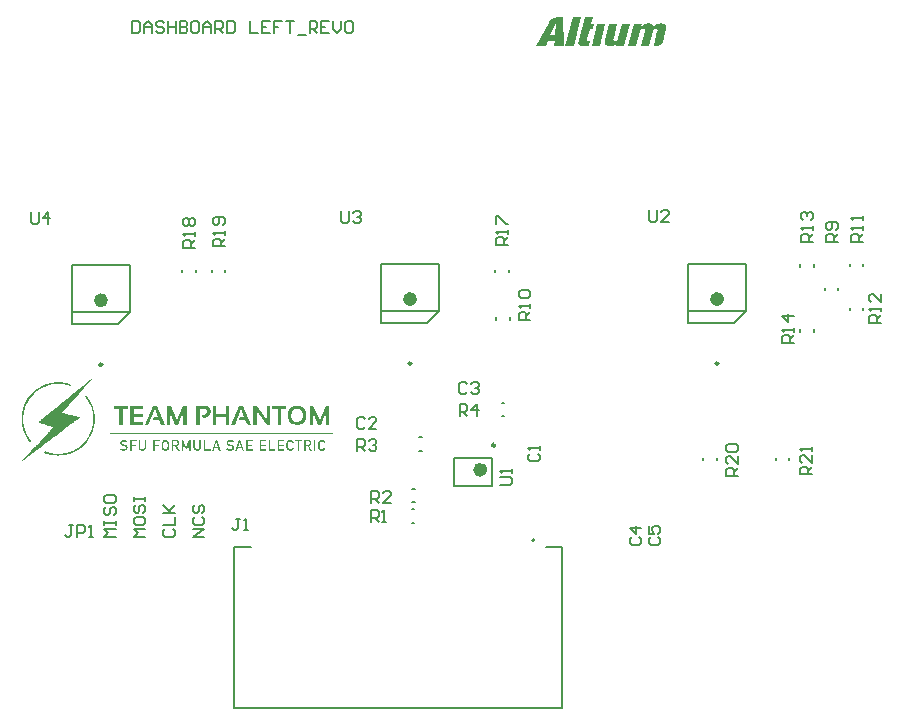
<source format=gto>
G04*
G04 #@! TF.GenerationSoftware,Altium Limited,Altium Designer,18.1.11 (251)*
G04*
G04 Layer_Color=65535*
%FSLAX25Y25*%
%MOIN*%
G70*
G01*
G75*
%ADD10C,0.02362*%
%ADD11C,0.00984*%
%ADD12C,0.00787*%
%ADD13C,0.00500*%
%ADD14C,0.00591*%
G36*
X241055Y190498D02*
X241201Y190488D01*
X241328Y190470D01*
X241428Y190452D01*
X241501Y190434D01*
X241547Y190425D01*
X241565Y190416D01*
X241702Y190379D01*
X241820Y190333D01*
X241938Y190279D01*
X242030Y190233D01*
X242103Y190188D01*
X242166Y190151D01*
X242203Y190124D01*
X242212Y190115D01*
X242294Y190024D01*
X242367Y189924D01*
X242421Y189823D01*
X242458Y189732D01*
X242485Y189641D01*
X242512Y189568D01*
X242522Y189523D01*
Y189514D01*
Y189505D01*
X242540Y189350D01*
Y189186D01*
X242531Y189031D01*
X242512Y188876D01*
X242485Y188739D01*
X242467Y188639D01*
X242458Y188593D01*
Y188566D01*
X242449Y188548D01*
Y188539D01*
X241410Y184412D01*
X241337Y184212D01*
X241246Y184029D01*
X241137Y183865D01*
X241018Y183729D01*
X240909Y183619D01*
X240818Y183537D01*
X240781Y183510D01*
X240763Y183492D01*
X240745Y183483D01*
X240736Y183474D01*
X240536Y183346D01*
X240335Y183255D01*
X240135Y183191D01*
X239962Y183146D01*
X239807Y183118D01*
X239743Y183109D01*
X239688D01*
X239643Y183100D01*
X238386D01*
X239579Y187865D01*
X239616Y188020D01*
X239625Y188147D01*
Y188256D01*
X239616Y188347D01*
X239597Y188411D01*
X239579Y188466D01*
X239570Y188493D01*
X239561Y188502D01*
X239506Y188575D01*
X239424Y188621D01*
X239342Y188657D01*
X239251Y188685D01*
X239169Y188703D01*
X239105Y188712D01*
X239041D01*
X238896Y188703D01*
X238768Y188675D01*
X238650Y188648D01*
X238559Y188612D01*
X238477Y188566D01*
X238422Y188539D01*
X238386Y188512D01*
X238376Y188502D01*
X238285Y188411D01*
X238212Y188311D01*
X238149Y188211D01*
X238103Y188102D01*
X238058Y188011D01*
X238030Y187938D01*
X238021Y187883D01*
X238012Y187874D01*
Y187865D01*
X236819Y183100D01*
X234131D01*
X235315Y187856D01*
X235352Y188011D01*
X235370Y188138D01*
Y188256D01*
X235361Y188347D01*
X235343Y188411D01*
X235325Y188466D01*
X235315Y188493D01*
X235306Y188502D01*
X235243Y188575D01*
X235170Y188621D01*
X235079Y188657D01*
X234988Y188685D01*
X234906Y188703D01*
X234842Y188712D01*
X234778D01*
X234641Y188703D01*
X234514Y188675D01*
X234404Y188648D01*
X234313Y188612D01*
X234241Y188566D01*
X234186Y188539D01*
X234149Y188512D01*
X234140Y188502D01*
X234049Y188411D01*
X233976Y188311D01*
X233913Y188211D01*
X233867Y188102D01*
X233831Y188011D01*
X233803Y187938D01*
X233794Y187883D01*
X233785Y187874D01*
Y187865D01*
X232582Y183100D01*
X229895D01*
X231699Y190315D01*
X234414D01*
X234204Y189441D01*
X234231D01*
X234395Y189632D01*
X234559Y189796D01*
X234733Y189933D01*
X234887Y190042D01*
X235024Y190133D01*
X235079Y190170D01*
X235124Y190197D01*
X235170Y190215D01*
X235197Y190233D01*
X235215Y190242D01*
X235224D01*
X235443Y190333D01*
X235671Y190397D01*
X235890Y190452D01*
X236099Y190479D01*
X236190Y190498D01*
X236272D01*
X236345Y190507D01*
X236409Y190516D01*
X236691D01*
X236837Y190507D01*
X236964Y190498D01*
X237074Y190479D01*
X237165Y190470D01*
X237229Y190452D01*
X237265Y190443D01*
X237283D01*
X237402Y190416D01*
X237502Y190388D01*
X237593Y190352D01*
X237675Y190315D01*
X237739Y190288D01*
X237784Y190261D01*
X237812Y190252D01*
X237821Y190242D01*
X237894Y190188D01*
X237957Y190124D01*
X238021Y190069D01*
X238067Y190015D01*
X238103Y189960D01*
X238130Y189924D01*
X238140Y189896D01*
X238149Y189887D01*
X238231Y189723D01*
X238267Y189641D01*
X238295Y189559D01*
X238313Y189495D01*
X238331Y189441D01*
X238340Y189404D01*
Y189395D01*
X238431Y189505D01*
X238522Y189605D01*
X238604Y189696D01*
X238686Y189778D01*
X238759Y189842D01*
X238814Y189887D01*
X238850Y189915D01*
X238859Y189924D01*
X238969Y190006D01*
X239078Y190069D01*
X239178Y190124D01*
X239269Y190179D01*
X239351Y190215D01*
X239415Y190242D01*
X239452Y190252D01*
X239470Y190261D01*
X239697Y190343D01*
X239798Y190379D01*
X239898Y190406D01*
X239971Y190425D01*
X240035Y190443D01*
X240080Y190452D01*
X240089D01*
X240317Y190488D01*
X240426Y190498D01*
X240527Y190507D01*
X240608Y190516D01*
X240900D01*
X241055Y190498D01*
D02*
G37*
G36*
X228565Y183091D02*
X225887Y183091D01*
X226096Y183957D01*
X226060D01*
X225896Y183774D01*
X225732Y183619D01*
X225568Y183483D01*
X225413Y183373D01*
X225276Y183291D01*
X225222Y183255D01*
X225176Y183228D01*
X225131Y183210D01*
X225103Y183191D01*
X225085Y183182D01*
X225076D01*
X224857Y183091D01*
X224639Y183027D01*
X224420Y182982D01*
X224219Y182954D01*
X224129Y182936D01*
X224046D01*
X223965Y182927D01*
X223910Y182918D01*
X223609D01*
X223454Y182927D01*
X223309Y182945D01*
X223190Y182964D01*
X223090Y182982D01*
X223017Y182991D01*
X222972Y183009D01*
X222953D01*
X222826Y183055D01*
X222707Y183100D01*
X222607Y183155D01*
X222516Y183210D01*
X222452Y183255D01*
X222398Y183291D01*
X222361Y183319D01*
X222352Y183328D01*
X222261Y183410D01*
X222179Y183501D01*
X222124Y183592D01*
X222079Y183683D01*
X222042Y183774D01*
X222024Y183838D01*
X222006Y183884D01*
Y183902D01*
X221988Y184057D01*
Y184212D01*
X221997Y184367D01*
X222015Y184521D01*
X222042Y184649D01*
X222060Y184758D01*
X222070Y184795D01*
Y184822D01*
X222079Y184840D01*
Y184849D01*
X223445Y190315D01*
X226133D01*
X224939Y185542D01*
X224912Y185387D01*
X224894Y185259D01*
Y185150D01*
X224912Y185059D01*
X224921Y184986D01*
X224939Y184940D01*
X224948Y184904D01*
X224957Y184895D01*
X225021Y184822D01*
X225094Y184767D01*
X225176Y184731D01*
X225267Y184704D01*
X225340Y184685D01*
X225404Y184676D01*
X225468D01*
X225613Y184685D01*
X225741Y184713D01*
X225850Y184749D01*
X225941Y184785D01*
X226014Y184822D01*
X226069Y184858D01*
X226105Y184886D01*
X226114Y184895D01*
X226205Y184986D01*
X226278Y185086D01*
X226342Y185196D01*
X226397Y185305D01*
X226433Y185396D01*
X226461Y185469D01*
X226470Y185523D01*
X226479Y185532D01*
Y185542D01*
X227681Y190315D01*
X230369Y190315D01*
X228565Y183091D01*
D02*
G37*
G36*
X220412Y183091D02*
X217724D01*
X219528Y190315D01*
X222224D01*
X220412Y183091D01*
D02*
G37*
G36*
X211630D02*
X208933D01*
X211329Y192620D01*
X214016D01*
X211630Y183091D01*
D02*
G37*
G36*
X208368D02*
X205262D01*
X205353Y184749D01*
X203039D01*
X202310Y183100D01*
X199213Y183091D01*
X203303Y190725D01*
X203394Y190880D01*
X203494Y191017D01*
X203594Y191153D01*
X203677Y191263D01*
X203759Y191354D01*
X203813Y191427D01*
X203850Y191463D01*
X203868Y191481D01*
X203995Y191609D01*
X204123Y191718D01*
X204241Y191818D01*
X204351Y191910D01*
X204451Y191973D01*
X204524Y192028D01*
X204569Y192064D01*
X204588Y192074D01*
X204742Y192165D01*
X204888Y192237D01*
X205034Y192310D01*
X205170Y192365D01*
X205280Y192411D01*
X205371Y192438D01*
X205398Y192447D01*
X205426Y192456D01*
X205435Y192465D01*
X205444D01*
X205617Y192511D01*
X205790Y192547D01*
X205954Y192575D01*
X206100Y192593D01*
X206227Y192611D01*
X206328D01*
X206364Y192620D01*
X208013D01*
X208368Y183091D01*
D02*
G37*
G36*
X217405Y190315D02*
X218535D01*
X218134Y188694D01*
X217004D01*
X216148Y185259D01*
X216130Y185159D01*
Y185068D01*
Y184995D01*
X216148Y184931D01*
X216166Y184886D01*
X216184Y184849D01*
X216194Y184831D01*
X216203Y184822D01*
X216266Y184776D01*
X216330Y184740D01*
X216412Y184722D01*
X216494Y184704D01*
X216567Y184694D01*
X217132D01*
X216731Y183091D01*
X216576Y183082D01*
X216430Y183073D01*
X216303Y183064D01*
X216184Y183055D01*
X216084D01*
X216002Y183045D01*
X215939D01*
X215802Y183036D01*
X215538D01*
X215428Y183027D01*
X214982D01*
X214782Y183036D01*
X214609Y183045D01*
X214454Y183064D01*
X214335Y183073D01*
X214244Y183091D01*
X214189Y183100D01*
X214171D01*
X214025Y183137D01*
X213898Y183173D01*
X213789Y183219D01*
X213698Y183255D01*
X213625Y183291D01*
X213579Y183319D01*
X213543Y183337D01*
X213533Y183346D01*
X213452Y183419D01*
X213388Y183501D01*
X213333Y183592D01*
X213297Y183674D01*
X213269Y183756D01*
X213251Y183820D01*
X213242Y183865D01*
Y183884D01*
X213233Y184029D01*
X213242Y184193D01*
X213260Y184348D01*
X213288Y184503D01*
X213306Y184640D01*
X213333Y184740D01*
X213342Y184785D01*
Y184813D01*
X213351Y184831D01*
Y184840D01*
X215292Y192520D01*
X217988D01*
X217405Y190315D01*
D02*
G37*
G36*
X40646Y70870D02*
X40824D01*
X41028Y70844D01*
X41283Y70819D01*
X41539Y70768D01*
X42151Y70691D01*
X42814Y70538D01*
X43528Y70360D01*
X44243Y70104D01*
X44064Y69594D01*
X44039D01*
X43988Y69620D01*
X43885Y69671D01*
X43732Y69696D01*
X43579Y69773D01*
X43375Y69824D01*
X43146Y69900D01*
X42891Y69951D01*
X42329Y70104D01*
X41666Y70232D01*
X40977Y70309D01*
X40263Y70360D01*
X39549D01*
X39319Y70334D01*
X39064Y70309D01*
X38503Y70258D01*
X37865Y70181D01*
X37202Y70053D01*
X36513Y69875D01*
X36488D01*
X36437Y69849D01*
X36334Y69824D01*
X36207Y69773D01*
X36054Y69722D01*
X35850Y69645D01*
X35416Y69467D01*
X34880Y69237D01*
X34319Y68957D01*
X33733Y68625D01*
X33120Y68242D01*
X33095D01*
X33044Y68191D01*
X32967Y68140D01*
X32840Y68038D01*
X32712Y67936D01*
X32559Y67809D01*
X32176Y67477D01*
X31743Y67094D01*
X31284Y66610D01*
X30824Y66074D01*
X30365Y65487D01*
Y65462D01*
X30314Y65411D01*
X30263Y65334D01*
X30187Y65206D01*
X30085Y65053D01*
X29983Y64875D01*
X29855Y64671D01*
X29727Y64441D01*
X29447Y63931D01*
X29166Y63344D01*
X28886Y62707D01*
X28656Y62018D01*
Y61992D01*
X28631Y61941D01*
X28605Y61839D01*
X28580Y61686D01*
X28528Y61533D01*
X28477Y61329D01*
X28452Y61099D01*
X28401Y60844D01*
X28299Y60283D01*
X28222Y59645D01*
X28171Y58982D01*
Y58268D01*
Y58242D01*
Y58191D01*
Y58089D01*
X28197Y57962D01*
X28222Y57783D01*
Y57579D01*
X28248Y57349D01*
X28299Y57120D01*
X28375Y56559D01*
X28528Y55921D01*
X28681Y55258D01*
X28911Y54569D01*
Y54543D01*
X28937Y54492D01*
X28988Y54390D01*
X29039Y54263D01*
X29115Y54110D01*
X29192Y53906D01*
X29421Y53472D01*
X29676Y52962D01*
X30008Y52400D01*
X30416Y51814D01*
X30850Y51227D01*
X30416Y50844D01*
X30391Y50870D01*
X30365Y50921D01*
X30289Y50998D01*
X30212Y51125D01*
X30085Y51278D01*
X29957Y51457D01*
X29829Y51661D01*
X29676Y51890D01*
X29345Y52426D01*
X29013Y53038D01*
X28681Y53702D01*
X28401Y54390D01*
Y54416D01*
X28375Y54467D01*
X28324Y54569D01*
X28299Y54722D01*
X28222Y54875D01*
X28171Y55079D01*
X28095Y55309D01*
X28044Y55564D01*
X27891Y56151D01*
X27763Y56814D01*
X27661Y57503D01*
X27610Y58242D01*
Y58268D01*
Y58344D01*
Y58446D01*
Y58600D01*
Y58778D01*
X27636Y58982D01*
Y59237D01*
X27661Y59492D01*
X27712Y60105D01*
X27814Y60768D01*
X27967Y61482D01*
X28146Y62196D01*
Y62222D01*
X28171Y62273D01*
X28197Y62375D01*
X28248Y62528D01*
X28324Y62681D01*
X28375Y62885D01*
X28477Y63115D01*
X28580Y63370D01*
X28835Y63931D01*
X29115Y64543D01*
X29498Y65181D01*
X29906Y65819D01*
X29932Y65844D01*
X29957Y65895D01*
X30033Y65972D01*
X30136Y66099D01*
X30238Y66252D01*
X30391Y66405D01*
X30748Y66814D01*
X31156Y67273D01*
X31641Y67757D01*
X32202Y68242D01*
X32789Y68701D01*
X32814Y68727D01*
X32865Y68752D01*
X32967Y68803D01*
X33069Y68880D01*
X33222Y68982D01*
X33426Y69084D01*
X33630Y69212D01*
X33860Y69339D01*
X34396Y69620D01*
X34982Y69900D01*
X35646Y70181D01*
X36334Y70411D01*
X36360D01*
X36411Y70436D01*
X36513Y70462D01*
X36666Y70487D01*
X36845Y70538D01*
X37049Y70589D01*
X37278Y70640D01*
X37559Y70691D01*
X38146Y70768D01*
X38809Y70844D01*
X39523Y70895D01*
X40493D01*
X40646Y70870D01*
D02*
G37*
G36*
X96793Y56788D02*
X95645D01*
Y59441D01*
X92558D01*
Y56788D01*
X91385D01*
Y63013D01*
X92558D01*
Y60436D01*
X95645D01*
Y63013D01*
X96793D01*
Y56788D01*
D02*
G37*
G36*
X89064Y62987D02*
X89268Y62962D01*
X89497Y62911D01*
X89727Y62809D01*
X89956Y62707D01*
X90161Y62554D01*
X90186Y62528D01*
X90237Y62477D01*
X90314Y62375D01*
X90416Y62222D01*
X90492Y62043D01*
X90569Y61814D01*
X90620Y61559D01*
X90645Y61252D01*
Y61202D01*
Y61099D01*
X90620Y60921D01*
X90569Y60717D01*
X90492Y60462D01*
X90365Y60207D01*
X90212Y59952D01*
X89982Y59722D01*
X89956Y59696D01*
X89855Y59620D01*
X89701Y59518D01*
X89497Y59416D01*
X89217Y59263D01*
X88860Y59135D01*
X88451Y59033D01*
X87992Y58931D01*
X87839Y59977D01*
X87865D01*
X87967Y60002D01*
X88120Y60028D01*
X88273Y60079D01*
X88681Y60207D01*
X88860Y60309D01*
X89013Y60411D01*
X89038Y60436D01*
X89089Y60462D01*
X89140Y60538D01*
X89217Y60640D01*
X89370Y60895D01*
X89395Y61048D01*
X89421Y61227D01*
Y61252D01*
Y61278D01*
X89395Y61431D01*
X89344Y61635D01*
X89217Y61788D01*
X89191Y61814D01*
X89064Y61890D01*
X88885Y61967D01*
X88656Y61992D01*
X87074D01*
Y56788D01*
X85926D01*
Y63013D01*
X88885D01*
X89064Y62987D01*
D02*
G37*
G36*
X110518Y56788D02*
X109344D01*
X106053Y61406D01*
Y56788D01*
X104931D01*
Y63013D01*
X106079D01*
X109395Y58472D01*
Y63013D01*
X110518D01*
Y56788D01*
D02*
G37*
G36*
X130211Y56788D02*
X129165D01*
Y61099D01*
X127431Y56788D01*
X126461D01*
X124727Y61099D01*
Y56788D01*
X123681D01*
Y63013D01*
X124854D01*
X126997Y58293D01*
X129063Y63013D01*
X130211D01*
Y56788D01*
D02*
G37*
G36*
X82635Y56788D02*
X81564D01*
Y61099D01*
X79880Y56788D01*
X78885D01*
X77150Y61099D01*
Y56788D01*
X76079D01*
Y63013D01*
X77304D01*
X79395Y58293D01*
X81487Y63013D01*
X82635D01*
Y56788D01*
D02*
G37*
G36*
X115900Y62018D02*
X114114D01*
Y56788D01*
X112967Y56788D01*
Y62018D01*
X111155D01*
Y63013D01*
X115900Y63013D01*
Y62018D01*
D02*
G37*
G36*
X104166Y56788D02*
X102941D01*
X102201Y58472D01*
X100135D01*
X100543Y59467D01*
X101793D01*
X100798Y61839D01*
X98732Y56788D01*
X97558D01*
X100212Y63013D01*
X101462D01*
X104166Y56788D01*
D02*
G37*
G36*
X75339D02*
X74064D01*
X73375Y58472D01*
X71283D01*
X71666Y59467D01*
X72941D01*
X71972Y61839D01*
X69880Y56788D01*
X68707D01*
X71360Y63013D01*
X72610D01*
X75339Y56788D01*
D02*
G37*
G36*
X68120Y62018D02*
X65008D01*
Y60436D01*
X67992D01*
Y59416D01*
X64957D01*
Y57783D01*
X68171D01*
Y56788D01*
X63834D01*
Y63013D01*
X68120D01*
Y62018D01*
D02*
G37*
G36*
X63196D02*
X61385D01*
Y56788D01*
X60237D01*
Y62018D01*
X58426D01*
Y63013D01*
X63196D01*
Y62018D01*
D02*
G37*
G36*
X120007Y63013D02*
X120339Y62962D01*
X120722Y62860D01*
X121104Y62732D01*
X121487Y62528D01*
X121793Y62247D01*
X121818Y62222D01*
X121921Y62094D01*
X122048Y61916D01*
X122201Y61661D01*
X122329Y61329D01*
X122456Y60921D01*
X122558Y60436D01*
X122584Y59875D01*
Y59850D01*
Y59798D01*
Y59722D01*
Y59620D01*
X122533Y59339D01*
X122482Y59008D01*
X122380Y58625D01*
X122252Y58217D01*
X122048Y57834D01*
X121793Y57503D01*
X121767Y57477D01*
X121640Y57375D01*
X121461Y57247D01*
X121206Y57120D01*
X120900Y56967D01*
X120492Y56839D01*
X120007Y56737D01*
X119472Y56712D01*
X119318D01*
X119217Y56737D01*
X118961Y56763D01*
X118630Y56814D01*
X118247Y56916D01*
X117865Y57043D01*
X117507Y57247D01*
X117176Y57503D01*
X117150Y57554D01*
X117048Y57656D01*
X116921Y57834D01*
X116793Y58115D01*
X116640Y58446D01*
X116487Y58855D01*
X116385Y59339D01*
X116334Y59875D01*
Y59900D01*
Y59952D01*
Y60028D01*
X116359Y60130D01*
X116385Y60411D01*
X116436Y60768D01*
X116538Y61150D01*
X116665Y61533D01*
X116870Y61916D01*
X117125Y62247D01*
X117150Y62273D01*
X117278Y62375D01*
X117456Y62502D01*
X117711Y62656D01*
X118043Y62809D01*
X118451Y62936D01*
X118936Y63038D01*
X119472Y63064D01*
X119727D01*
X120007Y63013D01*
D02*
G37*
G36*
X131563Y53574D02*
X57023Y53574D01*
Y54110D01*
X131563Y54110D01*
Y53574D01*
D02*
G37*
G36*
X97584Y51610D02*
X97788Y51559D01*
X97814D01*
X97839Y51533D01*
X97967Y51508D01*
X98120Y51431D01*
X98298Y51304D01*
X98018Y50844D01*
X97992Y50870D01*
X97890Y50921D01*
X97737Y50998D01*
X97584Y51048D01*
X97558Y51074D01*
X97457Y51099D01*
X97303Y51125D01*
X97150Y51151D01*
X97074D01*
X96895Y51099D01*
X96870D01*
X96844Y51074D01*
X96717Y51023D01*
X96666Y50972D01*
X96640Y50921D01*
X96589Y50844D01*
Y50819D01*
Y50793D01*
X96564Y50640D01*
Y50589D01*
X96589Y50487D01*
X96615Y50462D01*
X96666Y50334D01*
X96691Y50309D01*
X96793Y50232D01*
X96819D01*
X96870Y50207D01*
X96946D01*
X97048Y50181D01*
X97074D01*
X97099Y50156D01*
X97201Y50130D01*
X97482D01*
X97584Y50105D01*
X97712Y50079D01*
X97865Y50003D01*
X97890Y49977D01*
X97992Y49952D01*
X98069Y49875D01*
X98171Y49773D01*
X98196Y49747D01*
X98247Y49671D01*
X98298Y49569D01*
X98349Y49441D01*
Y49416D01*
X98375Y49339D01*
X98400Y49237D01*
Y49110D01*
Y49084D01*
Y49033D01*
X98375Y48931D01*
Y48829D01*
X98273Y48574D01*
X98196Y48447D01*
X98094Y48344D01*
X98069D01*
X98043Y48293D01*
X97967Y48268D01*
X97865Y48217D01*
X97737Y48166D01*
X97584Y48140D01*
X97380Y48089D01*
X97023D01*
X96921Y48115D01*
X96691Y48140D01*
X96436Y48191D01*
X96411D01*
X96385Y48217D01*
X96232Y48293D01*
X96028Y48395D01*
X95824Y48574D01*
X96181Y48982D01*
X96206Y48957D01*
X96308Y48880D01*
X96462Y48778D01*
X96615Y48702D01*
X96666D01*
X96793Y48676D01*
X96972Y48651D01*
X97176Y48625D01*
X97227D01*
X97380Y48651D01*
X97533Y48676D01*
X97686Y48727D01*
X97712Y48753D01*
X97788Y48829D01*
X97839Y48931D01*
X97865Y49110D01*
Y49135D01*
Y49212D01*
X97814Y49314D01*
X97763Y49416D01*
X97737Y49441D01*
X97686Y49492D01*
X97558Y49543D01*
X97405Y49594D01*
X97150D01*
X97099Y49620D01*
X96946Y49645D01*
X96921D01*
X96819Y49671D01*
X96666Y49696D01*
X96538Y49747D01*
X96513Y49773D01*
X96436Y49824D01*
X96334Y49900D01*
X96258Y50003D01*
X96232Y50028D01*
X96181Y50079D01*
X96130Y50181D01*
X96079Y50283D01*
Y50309D01*
X96053Y50385D01*
X96028Y50513D01*
Y50640D01*
Y50691D01*
Y50793D01*
X96053Y50921D01*
X96079Y51074D01*
X96104Y51099D01*
X96130Y51176D01*
X96206Y51278D01*
X96308Y51406D01*
X96334Y51431D01*
X96411Y51482D01*
X96538Y51533D01*
X96666Y51584D01*
X96691Y51610D01*
X96819Y51635D01*
X96972Y51661D01*
X97380D01*
X97584Y51610D01*
D02*
G37*
G36*
X62100D02*
X62329Y51559D01*
X62355D01*
X62380Y51533D01*
X62508Y51508D01*
X62661Y51431D01*
X62839Y51304D01*
X62559Y50844D01*
X62533Y50870D01*
X62431Y50921D01*
X62278Y50998D01*
X62125Y51048D01*
X62074Y51074D01*
X61972Y51099D01*
X61844Y51125D01*
X61666Y51151D01*
X61589D01*
X61436Y51099D01*
X61411D01*
X61385Y51074D01*
X61258Y51023D01*
X61207Y50972D01*
X61181Y50921D01*
X61130Y50844D01*
Y50819D01*
X61105Y50793D01*
X61079Y50640D01*
Y50589D01*
X61105Y50487D01*
X61130Y50462D01*
X61207Y50334D01*
X61232Y50309D01*
X61334Y50232D01*
X61360D01*
X61411Y50207D01*
X61487D01*
X61589Y50181D01*
X61615D01*
X61640Y50156D01*
X61743Y50130D01*
X62023D01*
X62125Y50105D01*
X62253Y50079D01*
X62406Y50003D01*
X62431Y49977D01*
X62533Y49952D01*
X62610Y49875D01*
X62712Y49773D01*
X62737Y49747D01*
X62788Y49671D01*
X62839Y49569D01*
X62890Y49441D01*
Y49416D01*
X62916Y49339D01*
X62941Y49237D01*
Y49110D01*
Y49084D01*
Y49033D01*
X62916Y48931D01*
X62890Y48829D01*
X62788Y48574D01*
X62712Y48447D01*
X62610Y48344D01*
X62584D01*
X62559Y48293D01*
X62482Y48268D01*
X62380Y48217D01*
X62253Y48166D01*
X62100Y48140D01*
X61921Y48089D01*
X61564D01*
X61462Y48115D01*
X61232Y48140D01*
X60977Y48191D01*
X60952D01*
X60926Y48217D01*
X60773Y48293D01*
X60569Y48395D01*
X60339Y48574D01*
X60722Y48982D01*
X60748Y48957D01*
X60850Y48880D01*
X60977Y48778D01*
X61156Y48702D01*
X61207D01*
X61334Y48676D01*
X61513Y48651D01*
X61717Y48625D01*
X61768D01*
X61921Y48651D01*
X62074Y48676D01*
X62227Y48727D01*
X62253Y48753D01*
X62329Y48829D01*
X62380Y48931D01*
X62406Y49110D01*
Y49135D01*
X62380Y49212D01*
X62355Y49314D01*
X62278Y49416D01*
X62253Y49441D01*
X62202Y49492D01*
X62100Y49543D01*
X61946Y49594D01*
X61691D01*
X61640Y49620D01*
X61564D01*
X61462Y49645D01*
X61436D01*
X61334Y49671D01*
X61207Y49696D01*
X61079Y49747D01*
X61054Y49773D01*
X60977Y49824D01*
X60875Y49900D01*
X60773Y50003D01*
X60748Y50028D01*
X60722Y50079D01*
X60646Y50181D01*
X60594Y50283D01*
Y50309D01*
X60569Y50385D01*
X60544Y50513D01*
X60518Y50640D01*
Y50691D01*
Y50793D01*
X60544Y50921D01*
X60594Y51074D01*
X60620Y51099D01*
X60671Y51176D01*
X60748Y51278D01*
X60850Y51406D01*
X60875Y51431D01*
X60952Y51482D01*
X61054Y51533D01*
X61181Y51584D01*
X61232Y51610D01*
X61334Y51635D01*
X61487Y51661D01*
X61896D01*
X62100Y51610D01*
D02*
G37*
G36*
X128017Y51635D02*
X128171Y51584D01*
X128196D01*
X128298Y51533D01*
X128426Y51482D01*
X128553Y51380D01*
X128579Y51355D01*
X128655Y51278D01*
X128732Y51176D01*
X128808Y51023D01*
X128834Y50998D01*
X128859Y50895D01*
X128936Y50768D01*
X128987Y50615D01*
X128375D01*
Y50640D01*
X128349Y50691D01*
X128298Y50819D01*
Y50844D01*
X128272Y50870D01*
X128171Y50998D01*
X128145Y51023D01*
X128094Y51048D01*
X127941Y51099D01*
X127915D01*
X127864Y51125D01*
X127711Y51151D01*
X127660Y51125D01*
X127558Y51099D01*
X127507D01*
X127380Y51074D01*
X127354Y51048D01*
X127278Y50972D01*
X127252Y50946D01*
X127176Y50895D01*
X127150Y50844D01*
X127074Y50742D01*
Y50691D01*
X127048Y50589D01*
Y50564D01*
X127023Y50538D01*
Y50436D01*
X126997Y50309D01*
Y50283D01*
Y50181D01*
Y50054D01*
Y49901D01*
Y49850D01*
Y49747D01*
Y49594D01*
Y49441D01*
Y49416D01*
X127023Y49339D01*
Y49237D01*
X127048Y49161D01*
Y49110D01*
X127074Y49008D01*
X127099Y48957D01*
X127176Y48855D01*
X127201Y48829D01*
X127278Y48753D01*
X127303Y48727D01*
X127380Y48702D01*
X127405D01*
X127431Y48676D01*
X127558Y48625D01*
X127762D01*
X127839Y48651D01*
X127966Y48676D01*
X128094Y48727D01*
X128120Y48753D01*
X128196Y48829D01*
X128298Y48931D01*
X128375Y49110D01*
X128987D01*
X128961Y49059D01*
X128936Y48957D01*
X128859Y48804D01*
X128783Y48651D01*
X128757Y48625D01*
X128706Y48548D01*
X128630Y48447D01*
X128528Y48319D01*
X128502Y48293D01*
X128426Y48268D01*
X128298Y48191D01*
X128145Y48140D01*
X128120D01*
X128017Y48115D01*
X127864Y48089D01*
X127609D01*
X127482Y48115D01*
X127354Y48140D01*
X127329D01*
X127252Y48166D01*
X127150Y48217D01*
X127023Y48268D01*
X126997Y48293D01*
X126946Y48344D01*
X126768Y48472D01*
Y48498D01*
X126716Y48548D01*
X126614Y48702D01*
X126589Y48727D01*
X126563Y48778D01*
Y48804D01*
Y48855D01*
X126538Y48880D01*
X126512Y48931D01*
Y48957D01*
Y48982D01*
Y49059D01*
Y49084D01*
X126487Y49135D01*
X126461Y49237D01*
X126436Y49365D01*
Y49390D01*
Y49518D01*
Y49671D01*
Y49901D01*
Y49926D01*
Y49952D01*
Y50079D01*
Y50232D01*
Y50385D01*
Y50411D01*
X126461Y50513D01*
X126487Y50589D01*
X126512Y50691D01*
Y50717D01*
Y50742D01*
X126538Y50870D01*
Y50895D01*
X126563Y50921D01*
X126614Y51048D01*
X126640Y51074D01*
X126665Y51125D01*
X126768Y51278D01*
X126793Y51304D01*
X126844Y51355D01*
X126920Y51431D01*
X127023Y51482D01*
X127048Y51508D01*
X127125Y51533D01*
X127227Y51584D01*
X127354Y51610D01*
X127380D01*
X127456Y51635D01*
X127584Y51661D01*
X127864D01*
X128017Y51635D01*
D02*
G37*
G36*
X117456D02*
X117609Y51584D01*
X117660D01*
X117737Y51533D01*
X117865Y51482D01*
X117992Y51380D01*
X118017Y51355D01*
X118094Y51278D01*
X118171Y51176D01*
X118247Y51023D01*
X118273Y50998D01*
X118298Y50895D01*
X118349Y50768D01*
X118400Y50615D01*
X117839D01*
Y50640D01*
X117813Y50691D01*
X117737Y50819D01*
Y50844D01*
X117711Y50870D01*
X117584Y50998D01*
Y51023D01*
X117533Y51048D01*
X117405Y51099D01*
X117380D01*
X117329Y51125D01*
X117176Y51151D01*
X117150D01*
X117099Y51125D01*
X116972Y51099D01*
X116921D01*
X116844Y51074D01*
X116793Y51048D01*
X116717Y50972D01*
X116691Y50946D01*
X116589Y50895D01*
X116563Y50844D01*
X116512Y50742D01*
X116487Y50691D01*
X116461Y50589D01*
Y50564D01*
Y50538D01*
X116436Y50436D01*
Y50309D01*
Y50283D01*
Y50181D01*
Y50054D01*
Y49901D01*
Y49850D01*
Y49747D01*
Y49594D01*
Y49441D01*
Y49416D01*
Y49339D01*
Y49237D01*
X116461Y49161D01*
X116487Y49110D01*
X116512Y49008D01*
X116538Y48957D01*
X116589Y48855D01*
X116614D01*
X116640Y48829D01*
X116717Y48753D01*
X116742Y48727D01*
X116844Y48702D01*
X116870Y48676D01*
X116972Y48625D01*
X117201D01*
X117303Y48651D01*
X117431Y48676D01*
X117558Y48727D01*
X117584Y48753D01*
X117660Y48829D01*
X117762Y48931D01*
X117839Y49110D01*
X118400D01*
Y49059D01*
X118375Y48957D01*
X118324Y48804D01*
X118247Y48651D01*
X118222Y48625D01*
X118171Y48548D01*
X118069Y48447D01*
X117941Y48319D01*
X117915Y48293D01*
X117839Y48268D01*
X117737Y48191D01*
X117584Y48140D01*
X117558D01*
X117456Y48115D01*
X117329Y48089D01*
X117048D01*
X116895Y48115D01*
X116768Y48140D01*
X116742D01*
X116665Y48166D01*
X116461Y48268D01*
X116436Y48293D01*
X116385Y48344D01*
X116206Y48472D01*
X116181Y48498D01*
X116155Y48548D01*
X116028Y48702D01*
Y48727D01*
X116002Y48778D01*
Y48804D01*
X115977Y48855D01*
X115951Y48880D01*
X115926Y48931D01*
Y48957D01*
Y48982D01*
Y49059D01*
Y49084D01*
Y49135D01*
X115900Y49237D01*
Y49365D01*
Y49390D01*
Y49518D01*
Y49671D01*
Y49901D01*
Y49926D01*
Y49952D01*
Y50079D01*
Y50232D01*
Y50385D01*
Y50411D01*
Y50513D01*
Y50589D01*
X115926Y50691D01*
Y50717D01*
X115951Y50742D01*
X115977Y50870D01*
Y50895D01*
X116002Y50921D01*
X116028Y51048D01*
X116053Y51074D01*
X116079Y51125D01*
X116206Y51278D01*
X116232Y51304D01*
X116283Y51355D01*
X116461Y51482D01*
X116487Y51508D01*
X116538Y51533D01*
X116640Y51584D01*
X116768Y51610D01*
X116793D01*
X116895Y51635D01*
X117023Y51661D01*
X117329D01*
X117456Y51635D01*
D02*
G37*
G36*
X84013Y48115D02*
X83477D01*
Y50309D01*
X83451D01*
X82737Y48625D01*
X82278D01*
X81538Y50309D01*
X81513D01*
Y48115D01*
X80977D01*
Y51635D01*
X81487D01*
X82508Y49339D01*
X83503Y51635D01*
X84013D01*
Y48115D01*
D02*
G37*
G36*
X87457Y49288D02*
Y49237D01*
Y49135D01*
X87406Y48982D01*
X87354Y48804D01*
X87329Y48778D01*
X87304Y48676D01*
X87201Y48548D01*
X87074Y48421D01*
X87048Y48395D01*
X86972Y48319D01*
X86844Y48242D01*
X86691Y48166D01*
X86640D01*
X86538Y48140D01*
X86385Y48115D01*
X86207Y48089D01*
X86028D01*
X85875Y48115D01*
X85696Y48166D01*
X85671Y48191D01*
X85569Y48217D01*
X85441Y48319D01*
X85314Y48421D01*
X85288Y48447D01*
X85212Y48548D01*
X85110Y48651D01*
X85008Y48804D01*
Y48855D01*
X84982Y48957D01*
X84957Y49110D01*
X84931Y49288D01*
Y51635D01*
X85467D01*
Y49365D01*
Y49339D01*
Y49263D01*
X85518Y49059D01*
Y49033D01*
X85569Y48982D01*
X85620Y48906D01*
X85696Y48804D01*
X85722Y48778D01*
X85773Y48753D01*
X85900Y48651D01*
X85977D01*
X86079Y48625D01*
X86309D01*
X86487Y48651D01*
X86513D01*
X86564Y48702D01*
X86717Y48804D01*
X86742Y48829D01*
X86768Y48880D01*
X86870Y49059D01*
Y49084D01*
X86895Y49135D01*
X86921Y49237D01*
Y49365D01*
Y51635D01*
X87457D01*
Y49288D01*
D02*
G37*
G36*
X69140D02*
Y49237D01*
Y49135D01*
X69089Y48982D01*
X69038Y48804D01*
X69013Y48778D01*
X68987Y48676D01*
X68885Y48548D01*
X68758Y48421D01*
X68732Y48395D01*
X68656Y48319D01*
X68528Y48242D01*
X68375Y48166D01*
X68324D01*
X68222Y48140D01*
X68069Y48115D01*
X67865Y48089D01*
X67712D01*
X67559Y48115D01*
X67380Y48166D01*
X67355Y48191D01*
X67253Y48217D01*
X67125Y48319D01*
X66997Y48421D01*
X66972Y48447D01*
X66896Y48548D01*
X66793Y48651D01*
X66691Y48804D01*
Y48855D01*
X66666Y48957D01*
X66640Y49110D01*
X66615Y49288D01*
Y51635D01*
X67151D01*
Y49365D01*
Y49339D01*
Y49263D01*
X67202Y49059D01*
Y49033D01*
X67253Y48982D01*
X67355Y48804D01*
X67380Y48778D01*
X67431Y48753D01*
X67584Y48651D01*
X67661D01*
X67763Y48625D01*
X68069D01*
X68146Y48651D01*
X68171D01*
X68222Y48702D01*
X68375Y48804D01*
X68401Y48829D01*
X68452Y48880D01*
X68503Y48957D01*
X68554Y49059D01*
Y49084D01*
X68579Y49135D01*
X68605Y49237D01*
Y49365D01*
Y51635D01*
X69140D01*
Y49288D01*
D02*
G37*
G36*
X125594Y48115D02*
X125058D01*
Y51635D01*
X125594D01*
Y48115D01*
D02*
G37*
G36*
X123426Y51610D02*
X123553Y51584D01*
X123579D01*
X123655Y51559D01*
X123859Y51431D01*
X123885Y51406D01*
X123961Y51329D01*
X124038Y51227D01*
X124114Y51099D01*
X124140Y51074D01*
X124165Y50972D01*
X124191Y50844D01*
X124216Y50666D01*
Y50640D01*
Y50615D01*
X124191Y50436D01*
X124140Y50232D01*
X124038Y50028D01*
X124012Y50003D01*
X123910Y49901D01*
X123757Y49773D01*
X123553Y49671D01*
X124344Y48115D01*
X123732D01*
X122967Y49620D01*
X122303D01*
Y48115D01*
X121767D01*
Y51635D01*
X123273D01*
X123426Y51610D01*
D02*
G37*
G36*
X121155Y51176D02*
X120186D01*
Y48115D01*
X119650D01*
Y51176D01*
X118681D01*
Y51635D01*
X121155D01*
Y51176D01*
D02*
G37*
G36*
X115262Y51151D02*
X113528D01*
Y50130D01*
X115007D01*
Y49646D01*
X113528D01*
Y48625D01*
X115262D01*
Y48115D01*
X112992Y48115D01*
Y51635D01*
X115262Y51635D01*
Y51151D01*
D02*
G37*
G36*
X110518Y48625D02*
X112252D01*
Y48115D01*
X109982D01*
Y51635D01*
X110518D01*
Y48625D01*
D02*
G37*
G36*
X109217Y51151D02*
X107507D01*
Y50130D01*
X108987D01*
Y49645D01*
X107507D01*
Y48625D01*
X109217D01*
Y48115D01*
X106972D01*
Y51635D01*
X109217D01*
Y51151D01*
D02*
G37*
G36*
X104752D02*
X103043D01*
Y50130D01*
X104523D01*
Y49645D01*
X103043D01*
Y48625D01*
X104752D01*
Y48115D01*
X102507D01*
Y51635D01*
X104752D01*
Y51151D01*
D02*
G37*
G36*
X101895Y48115D02*
X101309D01*
X101053Y48880D01*
X99701D01*
X99446Y48115D01*
X98860D01*
X100161Y51635D01*
X100594D01*
X101895Y48115D01*
D02*
G37*
G36*
X94064D02*
X93477D01*
X93222Y48880D01*
X91870D01*
X91615Y48115D01*
X91028D01*
X92329Y51635D01*
X92763D01*
X94064Y48115D01*
D02*
G37*
G36*
X88911Y48625D02*
X90671D01*
Y48115D01*
X88400D01*
Y51635D01*
X88911D01*
Y48625D01*
D02*
G37*
G36*
X79344Y51610D02*
X79472Y51584D01*
X79497D01*
X79574Y51559D01*
X79702Y51508D01*
X79829Y51431D01*
X79855Y51406D01*
X79906Y51329D01*
X79982Y51227D01*
X80059Y51099D01*
X80084Y51074D01*
X80110Y50972D01*
X80135Y50844D01*
X80161Y50666D01*
Y50640D01*
Y50615D01*
X80135Y50436D01*
X80084Y50232D01*
X79982Y50028D01*
X79957Y50003D01*
X79855Y49900D01*
X79702Y49773D01*
X79472Y49671D01*
X80314Y48115D01*
X79650D01*
X78936Y49620D01*
X78222D01*
Y48115D01*
X77686D01*
Y51635D01*
X79217D01*
X79344Y51610D01*
D02*
G37*
G36*
X73758Y51151D02*
X72048D01*
Y50105D01*
X73528D01*
Y49620D01*
X72048D01*
Y48115D01*
X71513D01*
Y51635D01*
X73758D01*
Y51151D01*
D02*
G37*
G36*
X66028D02*
X64293D01*
Y50105D01*
X65773D01*
Y49620D01*
X64293D01*
Y48115D01*
X63758D01*
Y51635D01*
X66028D01*
Y51151D01*
D02*
G37*
G36*
X75824Y51635D02*
X75951Y51610D01*
X75977D01*
X76054Y51584D01*
X76156Y51559D01*
X76258Y51482D01*
X76283Y51457D01*
X76360Y51431D01*
X76513Y51278D01*
X76538Y51253D01*
X76564Y51202D01*
X76666Y51048D01*
X76691Y50998D01*
X76742Y50870D01*
X76768Y50819D01*
X76819Y50691D01*
Y50666D01*
Y50615D01*
Y50513D01*
Y50385D01*
Y50360D01*
X76844Y50258D01*
Y50105D01*
Y49900D01*
Y49875D01*
Y49850D01*
Y49722D01*
Y49543D01*
X76819Y49365D01*
Y49339D01*
Y49263D01*
Y49161D01*
Y49059D01*
Y49033D01*
X76793Y49008D01*
X76742Y48855D01*
X76717Y48804D01*
X76666Y48702D01*
Y48676D01*
X76640Y48625D01*
X76513Y48472D01*
X76487Y48447D01*
X76436Y48421D01*
X76360Y48344D01*
X76258Y48268D01*
X76232D01*
X76181Y48217D01*
X76079Y48191D01*
X75951Y48140D01*
X75926D01*
X75849Y48115D01*
X75722Y48089D01*
X75441D01*
X75314Y48115D01*
X75186Y48140D01*
X75161D01*
X75084Y48166D01*
X74880Y48268D01*
X74855Y48293D01*
X74804Y48344D01*
X74625Y48472D01*
X74599Y48498D01*
X74574Y48548D01*
X74472Y48702D01*
X74446Y48727D01*
X74421Y48778D01*
Y48804D01*
X74395Y48855D01*
Y48880D01*
X74370Y48931D01*
Y48957D01*
Y48982D01*
X74344Y49059D01*
Y49084D01*
Y49135D01*
Y49237D01*
X74319Y49365D01*
Y49390D01*
Y49518D01*
X74293Y49671D01*
Y49900D01*
Y49926D01*
Y49952D01*
Y50079D01*
Y50232D01*
X74319Y50385D01*
Y50411D01*
X74344Y50513D01*
Y50589D01*
Y50691D01*
Y50717D01*
X74370Y50742D01*
X74395Y50870D01*
Y50895D01*
X74421Y50921D01*
X74472Y51048D01*
Y51074D01*
X74523Y51125D01*
X74625Y51278D01*
X74651Y51304D01*
X74701Y51355D01*
X74778Y51431D01*
X74880Y51482D01*
X74906Y51508D01*
X74957Y51533D01*
X75059Y51584D01*
X75186Y51610D01*
X75212D01*
X75314Y51635D01*
X75416Y51661D01*
X75696D01*
X75824Y51635D01*
D02*
G37*
G36*
X49064Y66737D02*
X49090Y66686D01*
X49166Y66610D01*
X49268Y66482D01*
X49370Y66355D01*
X49498Y66176D01*
X49651Y65972D01*
X49804Y65768D01*
X50161Y65258D01*
X50493Y64671D01*
X50850Y64008D01*
X51156Y63319D01*
Y63293D01*
X51181Y63242D01*
X51232Y63140D01*
X51283Y62987D01*
X51334Y62809D01*
X51411Y62604D01*
X51487Y62375D01*
X51564Y62094D01*
X51717Y61508D01*
X51870Y60844D01*
X51972Y60105D01*
X52049Y59339D01*
Y59314D01*
Y59237D01*
Y59135D01*
Y58982D01*
Y58803D01*
Y58574D01*
Y58319D01*
X52023Y58038D01*
X51972Y57426D01*
X51896Y56737D01*
X51743Y55997D01*
X51564Y55232D01*
Y55207D01*
X51538Y55156D01*
X51513Y55028D01*
X51462Y54900D01*
X51385Y54722D01*
X51309Y54518D01*
X51232Y54263D01*
X51130Y54008D01*
X50875Y53446D01*
X50569Y52834D01*
X50212Y52171D01*
X49778Y51533D01*
X49753Y51508D01*
X49727Y51457D01*
X49651Y51380D01*
X49549Y51253D01*
X49447Y51099D01*
X49294Y50921D01*
X48962Y50538D01*
X48528Y50079D01*
X48018Y49594D01*
X47457Y49084D01*
X46819Y48625D01*
X46794D01*
X46743Y48574D01*
X46641Y48523D01*
X46513Y48447D01*
X46360Y48344D01*
X46181Y48217D01*
X45952Y48089D01*
X45722Y47962D01*
X45161Y47681D01*
X44523Y47401D01*
X43834Y47120D01*
X43095Y46890D01*
X43069D01*
X42967Y46865D01*
X42788Y46814D01*
X42584Y46763D01*
X42329Y46712D01*
X42074Y46661D01*
X41462Y46559D01*
X41436D01*
X41335Y46533D01*
X41156D01*
X40952Y46508D01*
X40722Y46482D01*
X40442D01*
X39829Y46457D01*
X39625D01*
X39396Y46482D01*
X39090D01*
X38707Y46508D01*
X38324Y46559D01*
X37891Y46610D01*
X37431Y46686D01*
X37380D01*
X37227Y46737D01*
X36998Y46788D01*
X36692Y46865D01*
X36334Y46967D01*
X35952Y47094D01*
X35110Y47401D01*
X35314Y47936D01*
X35340D01*
X35391Y47911D01*
X35493Y47860D01*
X35646Y47809D01*
X35824Y47732D01*
X36028Y47681D01*
X36258Y47605D01*
X36513Y47528D01*
X37100Y47350D01*
X37763Y47196D01*
X38452Y47094D01*
X39192Y47018D01*
X40416D01*
X40977Y47069D01*
X41641Y47146D01*
X42329Y47247D01*
X43018Y47426D01*
X43044D01*
X43095Y47452D01*
X43197Y47477D01*
X43324Y47528D01*
X43503Y47579D01*
X43681Y47656D01*
X44141Y47834D01*
X44676Y48064D01*
X45263Y48344D01*
X45875Y48702D01*
X46488Y49084D01*
X46513Y49110D01*
X46564Y49135D01*
X46641Y49186D01*
X46768Y49288D01*
X46896Y49390D01*
X47074Y49518D01*
X47457Y49850D01*
X47890Y50258D01*
X48375Y50717D01*
X48860Y51253D01*
X49319Y51865D01*
X49345Y51890D01*
X49370Y51941D01*
X49447Y52043D01*
X49523Y52145D01*
X49625Y52298D01*
X49727Y52503D01*
X49855Y52707D01*
X49982Y52936D01*
X50263Y53472D01*
X50569Y54084D01*
X50824Y54722D01*
X51054Y55436D01*
Y55462D01*
X51079Y55513D01*
X51105Y55615D01*
X51130Y55768D01*
X51181Y55946D01*
X51232Y56151D01*
X51283Y56380D01*
X51334Y56635D01*
X51411Y57196D01*
X51487Y57860D01*
X51513Y58523D01*
Y59237D01*
Y59263D01*
Y59314D01*
Y59416D01*
X51487Y59569D01*
X51462Y59747D01*
Y59952D01*
X51411Y60181D01*
X51385Y60436D01*
X51283Y60997D01*
X51130Y61635D01*
X50952Y62324D01*
X50697Y63013D01*
Y63038D01*
X50671Y63089D01*
X50620Y63191D01*
X50569Y63319D01*
X50493Y63497D01*
X50390Y63676D01*
X50161Y64135D01*
X49880Y64645D01*
X49523Y65206D01*
X49090Y65793D01*
X48605Y66380D01*
X49038Y66763D01*
X49064Y66737D01*
D02*
G37*
G36*
X51156Y72247D02*
X51181Y72171D01*
X51207Y72145D01*
X51232Y72120D01*
X51207Y72094D01*
X51181Y72069D01*
X51105Y71992D01*
X51028Y71890D01*
X50773Y71610D01*
X50441Y71252D01*
X50059Y70819D01*
X49651Y70334D01*
X49191Y69824D01*
X48707Y69288D01*
X48681Y69263D01*
X48656Y69237D01*
X48579Y69161D01*
X48503Y69059D01*
X48248Y68778D01*
X47916Y68421D01*
X47559Y67987D01*
X47125Y67502D01*
X46666Y66992D01*
X46207Y66457D01*
X46181Y66431D01*
X46156Y66405D01*
X46079Y66329D01*
X46003Y66227D01*
X45748Y65946D01*
X45416Y65589D01*
X45033Y65156D01*
X44600Y64671D01*
X44141Y64161D01*
X43656Y63625D01*
X43630Y63599D01*
X43605Y63574D01*
X43528Y63497D01*
X43452Y63395D01*
X43197Y63115D01*
X42865Y62758D01*
X42482Y62324D01*
X42049Y61839D01*
X41590Y61329D01*
X41105Y60793D01*
X41130D01*
X41181Y60768D01*
X41258Y60742D01*
X41360Y60717D01*
X41488Y60691D01*
X41666Y60640D01*
X42049Y60538D01*
X42508Y60411D01*
X42993Y60283D01*
X43528Y60130D01*
X44089Y59977D01*
X44115D01*
X44166Y59952D01*
X44243D01*
X44345Y59900D01*
X44472Y59875D01*
X44651Y59824D01*
X45033Y59747D01*
X45467Y59620D01*
X45977Y59492D01*
X46538Y59339D01*
X47100Y59186D01*
X47074Y59161D01*
X46972Y59084D01*
X46845Y59008D01*
X46717Y58906D01*
X46692Y58880D01*
X46615Y58829D01*
X46513Y58727D01*
X46385Y58625D01*
X46360Y58600D01*
X46283Y58548D01*
X46156Y58446D01*
X46003Y58344D01*
X45799Y58191D01*
X45544Y58013D01*
X45263Y57809D01*
X44957Y57579D01*
X44625Y57324D01*
X44268Y57069D01*
X43503Y56482D01*
X42687Y55870D01*
X41845Y55232D01*
X41819Y55207D01*
X41743Y55156D01*
X41615Y55054D01*
X41462Y54952D01*
X41258Y54799D01*
X41028Y54620D01*
X40748Y54416D01*
X40442Y54186D01*
X40135Y53931D01*
X39778Y53676D01*
X39013Y53089D01*
X38197Y52477D01*
X37355Y51839D01*
X37329Y51814D01*
X37253Y51763D01*
X37125Y51686D01*
X36972Y51559D01*
X36768Y51406D01*
X36539Y51227D01*
X36258Y51023D01*
X35952Y50793D01*
X35620Y50538D01*
X35263Y50283D01*
X34523Y49722D01*
X33707Y49110D01*
X32865Y48472D01*
X32840Y48447D01*
X32763Y48395D01*
X32636Y48293D01*
X32482Y48191D01*
X32278Y48038D01*
X32023Y47834D01*
X31768Y47630D01*
X31462Y47401D01*
X31130Y47171D01*
X30773Y46890D01*
X30008Y46329D01*
X29192Y45717D01*
X28350Y45105D01*
X28324Y45079D01*
X28273Y45028D01*
X28171Y44926D01*
X28044Y44824D01*
X28018Y44798D01*
X27942Y44773D01*
X27865Y44747D01*
X27840Y44773D01*
X27814Y44798D01*
Y44824D01*
X27789Y44901D01*
X27814Y44977D01*
X27916Y45079D01*
X27942Y45105D01*
X28044Y45156D01*
X28120Y45232D01*
X28222Y45309D01*
Y45334D01*
X28273Y45360D01*
X28401Y45487D01*
X28605Y45717D01*
X28860Y45998D01*
X29166Y46329D01*
X29523Y46712D01*
X29906Y47120D01*
X30289Y47528D01*
Y47554D01*
X30340Y47579D01*
X30467Y47707D01*
X30671Y47936D01*
X30926Y48217D01*
X31233Y48548D01*
X31590Y48906D01*
X31947Y49314D01*
X32329Y49722D01*
Y49747D01*
X32381Y49773D01*
X32508Y49900D01*
X32712Y50130D01*
X32967Y50411D01*
X33273Y50742D01*
X33630Y51125D01*
X34013Y51533D01*
X34396Y51941D01*
Y51967D01*
X34447Y51992D01*
X34574Y52120D01*
X34778Y52350D01*
X35034Y52630D01*
X35340Y52962D01*
X35697Y53319D01*
X36079Y53727D01*
X36462Y54135D01*
X36488Y54161D01*
X36539Y54212D01*
X36615Y54288D01*
X36717Y54416D01*
X36947Y54671D01*
X37253Y54977D01*
X37278Y55002D01*
X37329Y55054D01*
X37406Y55130D01*
X37508Y55258D01*
X37763Y55564D01*
X38044Y55921D01*
X38018D01*
X37993Y55946D01*
X37840Y55997D01*
X37584Y56074D01*
X37278Y56176D01*
X36896Y56304D01*
X36488Y56457D01*
X36054Y56584D01*
X35595Y56737D01*
X35569D01*
X35544Y56763D01*
X35391Y56814D01*
X35161Y56890D01*
X34829Y56992D01*
X34472Y57120D01*
X34064Y57273D01*
X33605Y57426D01*
X33146Y57579D01*
X33171Y57605D01*
X33248Y57656D01*
X33375Y57758D01*
X33528Y57911D01*
X33733Y58064D01*
X33988Y58268D01*
X34268Y58497D01*
X34574Y58753D01*
X34906Y59008D01*
X35263Y59314D01*
X36028Y59926D01*
X36845Y60589D01*
X37686Y61278D01*
X37712Y61304D01*
X37789Y61355D01*
X37916Y61457D01*
X38069Y61584D01*
X38273Y61763D01*
X38528Y61941D01*
X38809Y62171D01*
X39115Y62426D01*
X39421Y62681D01*
X39778Y62962D01*
X40544Y63574D01*
X41360Y64237D01*
X42202Y64926D01*
X42227Y64951D01*
X42304Y65003D01*
X42431Y65105D01*
X42584Y65258D01*
X42788Y65411D01*
X43018Y65615D01*
X43299Y65844D01*
X43605Y66099D01*
X43936Y66355D01*
X44268Y66661D01*
X45033Y67273D01*
X45850Y67936D01*
X46666Y68625D01*
X46692Y68650D01*
X46768Y68701D01*
X46896Y68803D01*
X47049Y68931D01*
X47253Y69110D01*
X47508Y69288D01*
X47763Y69518D01*
X48069Y69773D01*
X48401Y70028D01*
X48758Y70309D01*
X49498Y70921D01*
X50314Y71584D01*
X51156Y72273D01*
Y72247D01*
D02*
G37*
%LPC*%
G36*
X205681Y190543D02*
X203840Y186571D01*
X205453D01*
X205681Y190543D01*
D02*
G37*
G36*
X119472Y62043D02*
X119318D01*
X119140Y62018D01*
X118936Y61967D01*
X118681Y61916D01*
X118451Y61814D01*
X118222Y61686D01*
X118017Y61508D01*
X117992Y61482D01*
X117941Y61406D01*
X117865Y61278D01*
X117788Y61099D01*
X117686Y60870D01*
X117609Y60615D01*
X117558Y60283D01*
X117533Y59900D01*
Y59850D01*
Y59722D01*
X117558Y59543D01*
X117584Y59288D01*
X117660Y59033D01*
X117737Y58753D01*
X117865Y58497D01*
X118017Y58268D01*
X118043Y58242D01*
X118120Y58191D01*
X118222Y58089D01*
X118375Y57987D01*
X118579Y57885D01*
X118834Y57783D01*
X119140Y57732D01*
X119472Y57707D01*
X119625D01*
X119803Y57732D01*
X120007Y57783D01*
X120237Y57834D01*
X120466Y57936D01*
X120696Y58089D01*
X120875Y58268D01*
X120900Y58293D01*
X120951Y58370D01*
X121028Y58497D01*
X121130Y58676D01*
X121206Y58906D01*
X121283Y59186D01*
X121334Y59518D01*
X121359Y59900D01*
Y59952D01*
Y60079D01*
X121334Y60258D01*
X121308Y60513D01*
X121232Y60768D01*
X121155Y61023D01*
X121028Y61278D01*
X120875Y61508D01*
X120849Y61533D01*
X120798Y61584D01*
X120671Y61686D01*
X120518Y61788D01*
X120339Y61865D01*
X120084Y61967D01*
X119803Y62018D01*
X119472Y62043D01*
D02*
G37*
G36*
X123298Y51176D02*
X122303D01*
Y50105D01*
X123222D01*
X123375Y50130D01*
X123400D01*
X123451Y50156D01*
X123579Y50258D01*
X123604Y50283D01*
X123630Y50309D01*
X123681Y50436D01*
Y50462D01*
X123706Y50513D01*
Y50666D01*
Y50691D01*
Y50742D01*
X123655Y50895D01*
Y50921D01*
X123630Y50946D01*
X123553Y51074D01*
X123528D01*
X123502Y51099D01*
X123349Y51151D01*
X123324D01*
X123298Y51176D01*
D02*
G37*
G36*
X100365Y50921D02*
X99854Y49365D01*
X100875D01*
X100365Y50921D01*
D02*
G37*
G36*
X92558D02*
X92023Y49365D01*
X93069D01*
X92558Y50921D01*
D02*
G37*
G36*
X79242Y51176D02*
X78222D01*
Y50105D01*
X79140D01*
X79319Y50130D01*
X79344D01*
X79395Y50156D01*
X79446Y50207D01*
X79497Y50258D01*
X79523Y50283D01*
X79548Y50309D01*
X79599Y50436D01*
Y50462D01*
X79625Y50513D01*
X79650Y50666D01*
Y50691D01*
Y50742D01*
X79599Y50895D01*
Y50921D01*
X79574Y50946D01*
X79548Y51023D01*
X79472Y51074D01*
X79421Y51099D01*
X79370Y51125D01*
X79293Y51151D01*
X79268D01*
X79242Y51176D01*
D02*
G37*
G36*
X75569Y51151D02*
X75518Y51125D01*
X75390Y51099D01*
X75339D01*
X75237Y51074D01*
X75186Y51048D01*
X75110Y50972D01*
X75084Y50946D01*
X75033Y50895D01*
X75008Y50844D01*
X74931Y50742D01*
X74906Y50691D01*
X74880Y50589D01*
Y50564D01*
Y50538D01*
Y50436D01*
X74855Y50309D01*
Y50283D01*
Y50181D01*
Y50054D01*
Y49900D01*
Y49850D01*
Y49747D01*
Y49594D01*
Y49441D01*
Y49416D01*
X74880Y49339D01*
Y49237D01*
Y49161D01*
X74906Y49110D01*
X74931Y49008D01*
X74957Y48957D01*
X75033Y48855D01*
X75059Y48829D01*
X75110Y48753D01*
X75135Y48727D01*
X75237Y48702D01*
X75288Y48676D01*
X75390Y48625D01*
X75773D01*
X75798Y48651D01*
X75901Y48702D01*
X75926D01*
X75951Y48727D01*
X76028Y48753D01*
X76054Y48778D01*
X76105Y48855D01*
Y48880D01*
X76130Y48906D01*
X76181Y49008D01*
Y49033D01*
X76207Y49059D01*
X76258Y49161D01*
Y49186D01*
Y49237D01*
Y49314D01*
Y49441D01*
Y49467D01*
X76283Y49569D01*
Y49722D01*
Y49900D01*
Y49952D01*
Y50028D01*
Y50181D01*
X76258Y50309D01*
Y50334D01*
Y50411D01*
Y50513D01*
Y50589D01*
Y50615D01*
X76232Y50640D01*
X76181Y50742D01*
Y50768D01*
X76156Y50793D01*
X76105Y50895D01*
X76079Y50921D01*
X76028Y50972D01*
X76003Y50998D01*
X75901Y51074D01*
X75875Y51099D01*
X75748D01*
X75696Y51125D01*
X75569Y51151D01*
D02*
G37*
%LPD*%
D10*
X260630Y98622D02*
G03*
X260630Y98622I-1181J0D01*
G01*
X158268D02*
G03*
X158268Y98622I-1181J0D01*
G01*
X55236Y98228D02*
G03*
X55236Y98228I-1181J0D01*
G01*
X181707Y41732D02*
G03*
X181707Y41732I-1181J0D01*
G01*
D11*
X259941Y77165D02*
G03*
X259941Y77165I-492J0D01*
G01*
X157579D02*
G03*
X157579Y77165I-492J0D01*
G01*
X54547Y76772D02*
G03*
X54547Y76772I-492J0D01*
G01*
X185448Y49902D02*
G03*
X185448Y49902I-492J0D01*
G01*
D12*
X198558Y18189D02*
G03*
X198558Y18189I-394J0D01*
G01*
X287106Y87795D02*
Y88583D01*
X291634Y87795D02*
Y88583D01*
X303642Y94862D02*
Y95650D01*
X308169Y94862D02*
Y95650D01*
Y109547D02*
Y110335D01*
X303642Y109547D02*
Y110335D01*
X299902Y101575D02*
Y102362D01*
X295374Y101575D02*
Y102362D01*
X291634Y109449D02*
Y110236D01*
X287106Y109449D02*
Y110236D01*
X190059Y107480D02*
Y108268D01*
X185531Y107480D02*
Y108268D01*
X283602Y44882D02*
Y45669D01*
X279075Y44882D02*
Y45669D01*
X259350Y44882D02*
Y45669D01*
X254823Y44882D02*
Y45669D01*
X249705Y94685D02*
X269193D01*
X249705Y90748D02*
X265256D01*
X249705D02*
Y110236D01*
X269193D01*
Y94685D02*
Y110236D01*
X265256Y90748D02*
X269193Y94685D01*
X162894Y90748D02*
X166831Y94685D01*
Y110236D01*
X147343D02*
X166831D01*
X147343Y90748D02*
Y110236D01*
Y90748D02*
X162894D01*
X147343Y94685D02*
X166831D01*
X44311Y94291D02*
X63799D01*
X44311Y90354D02*
X59862D01*
X44311D02*
Y109843D01*
X63799D01*
Y94291D02*
Y109843D01*
X59862Y90354D02*
X63799Y94291D01*
X85728Y107480D02*
Y108268D01*
X81201Y107480D02*
Y108268D01*
X91043Y107480D02*
Y108268D01*
X95571Y107480D02*
Y108268D01*
X190453Y91732D02*
Y92520D01*
X185925Y91732D02*
Y92520D01*
X157770Y24114D02*
X158558D01*
X157770Y28642D02*
X158558D01*
X157874Y30807D02*
X158661D01*
X157874Y35335D02*
X158661D01*
X160236Y52658D02*
X161024D01*
X160236Y48130D02*
X161024D01*
X187795Y59547D02*
X188583D01*
X187795Y64075D02*
X188583D01*
X171865Y45669D02*
X184463D01*
X171865Y36220D02*
X184463D01*
Y45669D01*
X171865Y36220D02*
Y45669D01*
D13*
X207928Y-37677D02*
Y15827D01*
X98400Y-37677D02*
Y15827D01*
Y-37677D02*
X207928D01*
X98400Y15827D02*
X104007D01*
X202322D02*
X207928D01*
D14*
X88583Y19428D02*
X84647D01*
X88583Y22051D01*
X84647D01*
X85303Y25987D02*
X84647Y25331D01*
Y24019D01*
X85303Y23363D01*
X87927D01*
X88583Y24019D01*
Y25331D01*
X87927Y25987D01*
X85303Y29923D02*
X84647Y29267D01*
Y27955D01*
X85303Y27299D01*
X85959D01*
X86615Y27955D01*
Y29267D01*
X87271Y29923D01*
X87927D01*
X88583Y29267D01*
Y27955D01*
X87927Y27299D01*
X75460Y22051D02*
X74804Y21395D01*
Y20084D01*
X75460Y19428D01*
X78084D01*
X78740Y20084D01*
Y21395D01*
X78084Y22051D01*
X74804Y23363D02*
X78740D01*
Y25987D01*
X74804Y27299D02*
X78740D01*
X77428D01*
X74804Y29923D01*
X76772Y27955D01*
X78740Y29923D01*
X68898Y19428D02*
X64962D01*
X66274Y20740D01*
X64962Y22051D01*
X68898D01*
X64962Y25331D02*
Y24019D01*
X65618Y23363D01*
X68242D01*
X68898Y24019D01*
Y25331D01*
X68242Y25987D01*
X65618D01*
X64962Y25331D01*
X65618Y29923D02*
X64962Y29267D01*
Y27955D01*
X65618Y27299D01*
X66274D01*
X66930Y27955D01*
Y29267D01*
X67586Y29923D01*
X68242D01*
X68898Y29267D01*
Y27955D01*
X68242Y27299D01*
X64962Y31235D02*
Y32547D01*
Y31891D01*
X68898D01*
Y31235D01*
Y32547D01*
X59055Y19428D02*
X55119D01*
X56431Y20740D01*
X55119Y22051D01*
X59055D01*
X55119Y23363D02*
Y24675D01*
Y24019D01*
X59055D01*
Y23363D01*
Y24675D01*
X55775Y29267D02*
X55119Y28611D01*
Y27299D01*
X55775Y26643D01*
X56431D01*
X57087Y27299D01*
Y28611D01*
X57743Y29267D01*
X58399D01*
X59055Y28611D01*
Y27299D01*
X58399Y26643D01*
X55119Y32547D02*
Y31235D01*
X55775Y30579D01*
X58399D01*
X59055Y31235D01*
Y32547D01*
X58399Y33203D01*
X55775D01*
X55119Y32547D01*
X64567Y191337D02*
Y187402D01*
X66535D01*
X67191Y188057D01*
Y190681D01*
X66535Y191337D01*
X64567D01*
X68503Y187402D02*
Y190025D01*
X69815Y191337D01*
X71127Y190025D01*
Y187402D01*
Y189369D01*
X68503D01*
X75062Y190681D02*
X74406Y191337D01*
X73094D01*
X72438Y190681D01*
Y190025D01*
X73094Y189369D01*
X74406D01*
X75062Y188714D01*
Y188057D01*
X74406Y187402D01*
X73094D01*
X72438Y188057D01*
X76374Y191337D02*
Y187402D01*
Y189369D01*
X78998D01*
Y191337D01*
Y187402D01*
X80310Y191337D02*
Y187402D01*
X82278D01*
X82934Y188057D01*
Y188714D01*
X82278Y189369D01*
X80310D01*
X82278D01*
X82934Y190025D01*
Y190681D01*
X82278Y191337D01*
X80310D01*
X86213D02*
X84902D01*
X84246Y190681D01*
Y188057D01*
X84902Y187402D01*
X86213D01*
X86869Y188057D01*
Y190681D01*
X86213Y191337D01*
X88181Y187402D02*
Y190025D01*
X89493Y191337D01*
X90805Y190025D01*
Y187402D01*
Y189369D01*
X88181D01*
X92117Y187402D02*
Y191337D01*
X94085D01*
X94741Y190681D01*
Y189369D01*
X94085Y188714D01*
X92117D01*
X93429D02*
X94741Y187402D01*
X96053Y191337D02*
Y187402D01*
X98021D01*
X98677Y188057D01*
Y190681D01*
X98021Y191337D01*
X96053D01*
X103924D02*
Y187402D01*
X106548D01*
X110484Y191337D02*
X107860D01*
Y187402D01*
X110484D01*
X107860Y189369D02*
X109172D01*
X114420Y191337D02*
X111796D01*
Y189369D01*
X113108D01*
X111796D01*
Y187402D01*
X115732Y191337D02*
X118355D01*
X117043D01*
Y187402D01*
X119667Y186746D02*
X122291D01*
X123603Y187402D02*
Y191337D01*
X125571D01*
X126227Y190681D01*
Y189369D01*
X125571Y188714D01*
X123603D01*
X124915D02*
X126227Y187402D01*
X130163Y191337D02*
X127539D01*
Y187402D01*
X130163D01*
X127539Y189369D02*
X128851D01*
X131474Y191337D02*
Y188714D01*
X132786Y187402D01*
X134098Y188714D01*
Y191337D01*
X135410Y190681D02*
X136066Y191337D01*
X137378D01*
X138034Y190681D01*
Y188057D01*
X137378Y187402D01*
X136066D01*
X135410Y188057D01*
Y190681D01*
X100490Y25463D02*
X99178D01*
X99834D01*
Y22184D01*
X99178Y21528D01*
X98522D01*
X97866Y22184D01*
X101802Y21528D02*
X103114D01*
X102458D01*
Y25463D01*
X101802Y24807D01*
X290945Y40157D02*
X287009D01*
Y42125D01*
X287665Y42781D01*
X288977D01*
X289633Y42125D01*
Y40157D01*
Y41469D02*
X290945Y42781D01*
Y46717D02*
Y44093D01*
X288321Y46717D01*
X287665D01*
X287009Y46061D01*
Y44749D01*
X287665Y44093D01*
X290945Y48029D02*
Y49341D01*
Y48685D01*
X287009D01*
X287665Y48029D01*
X266535Y39764D02*
X262600D01*
Y41732D01*
X263256Y42388D01*
X264568D01*
X265224Y41732D01*
Y39764D01*
Y41076D02*
X266535Y42388D01*
Y46323D02*
Y43699D01*
X263912Y46323D01*
X263256D01*
X262600Y45667D01*
Y44355D01*
X263256Y43699D01*
Y47635D02*
X262600Y48291D01*
Y49603D01*
X263256Y50259D01*
X265880D01*
X266535Y49603D01*
Y48291D01*
X265880Y47635D01*
X263256D01*
X134077Y127952D02*
Y124672D01*
X134733Y124016D01*
X136045D01*
X136700Y124672D01*
Y127952D01*
X138012Y127295D02*
X138668Y127952D01*
X139980D01*
X140636Y127295D01*
Y126640D01*
X139980Y125984D01*
X139324D01*
X139980D01*
X140636Y125328D01*
Y124672D01*
X139980Y124016D01*
X138668D01*
X138012Y124672D01*
X30669Y127558D02*
Y124278D01*
X31325Y123622D01*
X32637D01*
X33293Y124278D01*
Y127558D01*
X36572Y123622D02*
Y127558D01*
X34605Y125590D01*
X37228D01*
X236714Y128345D02*
Y125065D01*
X237370Y124409D01*
X238682D01*
X239338Y125065D01*
Y128345D01*
X243274Y124409D02*
X240650D01*
X243274Y127033D01*
Y127689D01*
X242618Y128345D01*
X241306D01*
X240650Y127689D01*
X187009Y36614D02*
X190289D01*
X190945Y37270D01*
Y38582D01*
X190289Y39238D01*
X187009D01*
X190945Y40550D02*
Y41862D01*
Y41206D01*
X187009D01*
X187665Y40550D01*
X95276Y116142D02*
X91340D01*
Y118110D01*
X91996Y118766D01*
X93308D01*
X93964Y118110D01*
Y116142D01*
Y117454D02*
X95276Y118766D01*
Y120078D02*
Y121389D01*
Y120733D01*
X91340D01*
X91996Y120078D01*
X94620Y123357D02*
X95276Y124013D01*
Y125325D01*
X94620Y125981D01*
X91996D01*
X91340Y125325D01*
Y124013D01*
X91996Y123357D01*
X92652D01*
X93308Y124013D01*
Y125981D01*
X85433Y115748D02*
X81497D01*
Y117716D01*
X82153Y118372D01*
X83465D01*
X84121Y117716D01*
Y115748D01*
Y117060D02*
X85433Y118372D01*
Y119684D02*
Y120996D01*
Y120340D01*
X81497D01*
X82153Y119684D01*
Y122964D02*
X81497Y123619D01*
Y124931D01*
X82153Y125587D01*
X82809D01*
X83465Y124931D01*
X84121Y125587D01*
X84777D01*
X85433Y124931D01*
Y123619D01*
X84777Y122964D01*
X84121D01*
X83465Y123619D01*
X82809Y122964D01*
X82153D01*
X83465Y123619D02*
Y124931D01*
X189764Y116535D02*
X185828D01*
Y118503D01*
X186484Y119159D01*
X187796D01*
X188452Y118503D01*
Y116535D01*
Y117847D02*
X189764Y119159D01*
Y120471D02*
Y121783D01*
Y121127D01*
X185828D01*
X186484Y120471D01*
X185828Y123751D02*
Y126375D01*
X186484D01*
X189108Y123751D01*
X189764D01*
X285039Y83858D02*
X281104D01*
Y85826D01*
X281760Y86482D01*
X283071D01*
X283728Y85826D01*
Y83858D01*
Y85170D02*
X285039Y86482D01*
Y87794D02*
Y89106D01*
Y88450D01*
X281104D01*
X281760Y87794D01*
X285039Y93042D02*
X281104D01*
X283071Y91074D01*
Y93698D01*
X291339Y117717D02*
X287403D01*
Y119684D01*
X288059Y120340D01*
X289371D01*
X290027Y119684D01*
Y117717D01*
Y119028D02*
X291339Y120340D01*
Y121652D02*
Y122964D01*
Y122308D01*
X287403D01*
X288059Y121652D01*
Y124932D02*
X287403Y125588D01*
Y126900D01*
X288059Y127556D01*
X288715D01*
X289371Y126900D01*
Y126244D01*
Y126900D01*
X290027Y127556D01*
X290683D01*
X291339Y126900D01*
Y125588D01*
X290683Y124932D01*
X314173Y90551D02*
X310238D01*
Y92519D01*
X310893Y93175D01*
X312205D01*
X312861Y92519D01*
Y90551D01*
Y91863D02*
X314173Y93175D01*
Y94487D02*
Y95799D01*
Y95143D01*
X310238D01*
X310893Y94487D01*
X314173Y100391D02*
Y97767D01*
X311549Y100391D01*
X310893D01*
X310238Y99735D01*
Y98423D01*
X310893Y97767D01*
X308202Y117717D02*
X304266D01*
Y119684D01*
X304922Y120340D01*
X306234D01*
X306890Y119684D01*
Y117717D01*
Y119028D02*
X308202Y120340D01*
Y121652D02*
Y122964D01*
Y122308D01*
X304266D01*
X304922Y121652D01*
X308202Y124932D02*
Y126244D01*
Y125588D01*
X304266D01*
X304922Y124932D01*
X197244Y91713D02*
X193308D01*
Y93681D01*
X193964Y94336D01*
X195276D01*
X195932Y93681D01*
Y91713D01*
Y93024D02*
X197244Y94336D01*
Y95648D02*
Y96960D01*
Y96304D01*
X193308D01*
X193964Y95648D01*
Y98928D02*
X193308Y99584D01*
Y100896D01*
X193964Y101552D01*
X196588D01*
X197244Y100896D01*
Y99584D01*
X196588Y98928D01*
X193964D01*
X299606Y117717D02*
X295671D01*
Y119684D01*
X296326Y120340D01*
X297638D01*
X298294Y119684D01*
Y117717D01*
Y119028D02*
X299606Y120340D01*
X298950Y121652D02*
X299606Y122308D01*
Y123620D01*
X298950Y124276D01*
X296326D01*
X295671Y123620D01*
Y122308D01*
X296326Y121652D01*
X296983D01*
X297638Y122308D01*
Y124276D01*
X173622Y59644D02*
Y63579D01*
X175590D01*
X176246Y62923D01*
Y61611D01*
X175590Y60956D01*
X173622D01*
X174934D02*
X176246Y59644D01*
X179526D02*
Y63579D01*
X177558Y61611D01*
X180182D01*
X139370Y48031D02*
Y51967D01*
X141338D01*
X141994Y51311D01*
Y49999D01*
X141338Y49343D01*
X139370D01*
X140682D02*
X141994Y48031D01*
X143306Y51311D02*
X143962Y51967D01*
X145274D01*
X145930Y51311D01*
Y50655D01*
X145274Y49999D01*
X144618D01*
X145274D01*
X145930Y49343D01*
Y48687D01*
X145274Y48031D01*
X143962D01*
X143306Y48687D01*
X144095Y30709D02*
Y34644D01*
X146062D01*
X146718Y33988D01*
Y32677D01*
X146062Y32021D01*
X144095D01*
X145406D02*
X146718Y30709D01*
X150654D02*
X148030D01*
X150654Y33332D01*
Y33988D01*
X149998Y34644D01*
X148686D01*
X148030Y33988D01*
X143991Y24277D02*
Y28213D01*
X145959D01*
X146615Y27557D01*
Y26245D01*
X145959Y25589D01*
X143991D01*
X145303D02*
X146615Y24277D01*
X147926D02*
X149238D01*
X148582D01*
Y28213D01*
X147926Y27557D01*
X44881Y23363D02*
X43569D01*
X44225D01*
Y20084D01*
X43569Y19428D01*
X42913D01*
X42257Y20084D01*
X46192Y19428D02*
Y23363D01*
X48160D01*
X48816Y22707D01*
Y21395D01*
X48160Y20740D01*
X46192D01*
X50128Y19428D02*
X51440D01*
X50784D01*
Y23363D01*
X50128Y22707D01*
X237271Y19159D02*
X236615Y18503D01*
Y17191D01*
X237271Y16535D01*
X239895D01*
X240551Y17191D01*
Y18503D01*
X239895Y19159D01*
X236615Y23095D02*
Y20471D01*
X238583D01*
X237927Y21783D01*
Y22439D01*
X238583Y23095D01*
X239895D01*
X240551Y22439D01*
Y21127D01*
X239895Y20471D01*
X230972Y19159D02*
X230316Y18503D01*
Y17191D01*
X230972Y16535D01*
X233596D01*
X234252Y17191D01*
Y18503D01*
X233596Y19159D01*
X234252Y22439D02*
X230316D01*
X232284Y20471D01*
Y23095D01*
X176010Y70211D02*
X175354Y70867D01*
X174042D01*
X173386Y70211D01*
Y67587D01*
X174042Y66931D01*
X175354D01*
X176010Y67587D01*
X177322Y70211D02*
X177978Y70867D01*
X179289D01*
X179945Y70211D01*
Y69555D01*
X179289Y68899D01*
X178633D01*
X179289D01*
X179945Y68243D01*
Y67587D01*
X179289Y66931D01*
X177978D01*
X177322Y67587D01*
X141994Y58592D02*
X141338Y59248D01*
X140026D01*
X139370Y58592D01*
Y55969D01*
X140026Y55313D01*
X141338D01*
X141994Y55969D01*
X145930Y55313D02*
X143306D01*
X145930Y57937D01*
Y58592D01*
X145274Y59248D01*
X143962D01*
X143306Y58592D01*
X197050Y47112D02*
X196394Y46456D01*
Y45144D01*
X197050Y44488D01*
X199674D01*
X200330Y45144D01*
Y46456D01*
X199674Y47112D01*
X200330Y48424D02*
Y49736D01*
Y49080D01*
X196394D01*
X197050Y48424D01*
M02*

</source>
